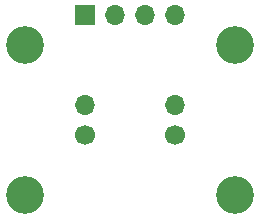
<source format=gbr>
%TF.GenerationSoftware,KiCad,Pcbnew,8.0.1*%
%TF.CreationDate,2025-03-04T14:29:30-08:00*%
%TF.ProjectId,VEML3328,56454d4c-3333-4323-982e-6b696361645f,rev?*%
%TF.SameCoordinates,Original*%
%TF.FileFunction,Soldermask,Bot*%
%TF.FilePolarity,Negative*%
%FSLAX46Y46*%
G04 Gerber Fmt 4.6, Leading zero omitted, Abs format (unit mm)*
G04 Created by KiCad (PCBNEW 8.0.1) date 2025-03-04 14:29:30*
%MOMM*%
%LPD*%
G01*
G04 APERTURE LIST*
%ADD10R,1.700000X1.700000*%
%ADD11O,1.700000X1.700000*%
%ADD12C,3.200000*%
%ADD13C,1.700000*%
G04 APERTURE END LIST*
D10*
%TO.C,J1*%
X142240000Y-81280000D03*
D11*
X144780000Y-81280000D03*
X147319999Y-81280000D03*
X149860000Y-81280000D03*
%TD*%
D12*
%TO.C,H4*%
X137160000Y-83820000D03*
%TD*%
%TO.C,H3*%
X137160000Y-96520000D03*
%TD*%
%TO.C,H2*%
X154940000Y-96520000D03*
%TD*%
%TO.C,H1*%
X154940000Y-83820000D03*
%TD*%
D13*
%TO.C,J3*%
X142240000Y-91440000D03*
D11*
X142240000Y-88900000D03*
%TD*%
D13*
%TO.C,J2*%
X149860000Y-91440000D03*
D11*
X149860000Y-88900000D03*
%TD*%
M02*

</source>
